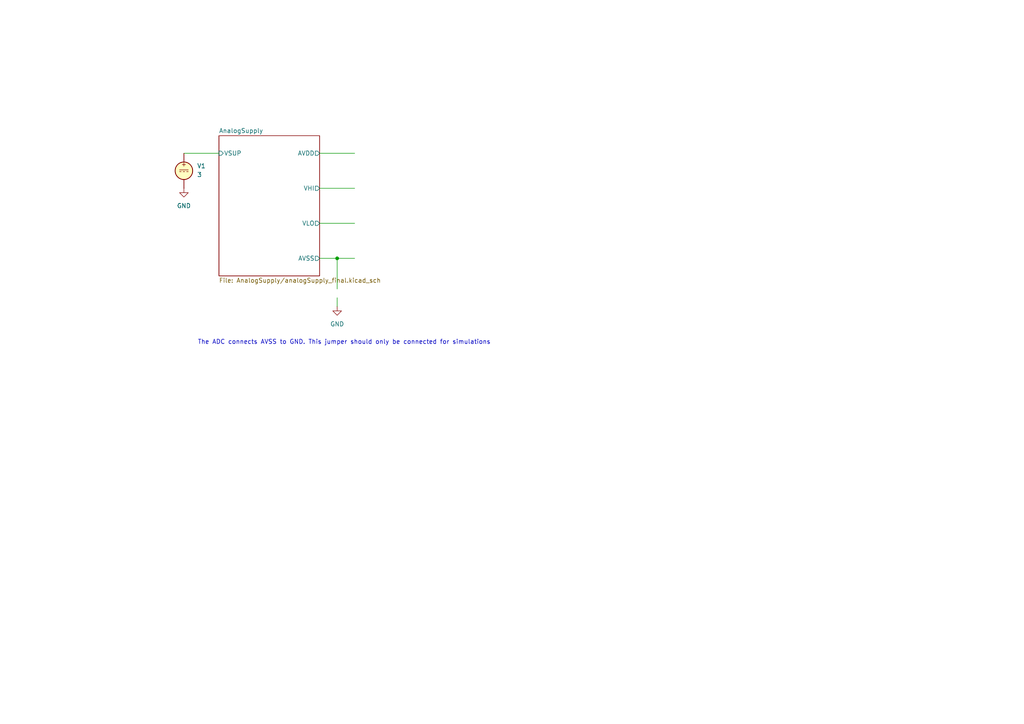
<source format=kicad_sch>
(kicad_sch (version 20231120) (generator "eeschema") (generator_version "8.0")
  (paper "A4")
  (lib_symbols
    (symbol "Simulation_SPICE:VDC" (pin_numbers hide) (pin_names (offset 0.0254))
      (property "Reference" "V" (at 2.54 2.54 0))
      (property "Value" "1" (at 2.54 0 0))
      (symbol "VDC_0_0"
        (polyline (pts (xy -1.27 0.254) (xy 1.27 0.254)))
        (polyline (pts (xy -0.762 -0.254) (xy -1.27 -0.254)))
        (polyline (pts (xy 0.254 -0.254) (xy -0.254 -0.254)))
        (polyline (pts (xy 1.27 -0.254) (xy 0.762 -0.254)))
        (text "+" (at 0 1.905 0) (effects (font (size 1.27 1.27))))
      )
      (symbol "VDC_0_1"
        (circle (center 0 0) (radius 2.54) (stroke (width 0.254)) (fill (type background)))
      )
      (symbol "VDC_1_1"
        (pin passive line (at 0 5.08 270) (length 2.54) (name "~") (number "1"))
        (pin passive line (at 0 -5.08 90) (length 2.54) (name "~") (number "2"))
      )
    )
    (symbol "power:GND" (power) (pin_numbers hide) (pin_names (offset 0) hide)
      (property "Value" "GND" (at 0 -3.81 0))
      (symbol "GND_0_1"
        (polyline (pts (xy 0 0) (xy 0 -1.27) (xy 1.27 -1.27) (xy 0 -2.54) (xy -1.27 -1.27) (xy 0 -1.27)))
      )
      (symbol "GND_1_1"
        (pin power_in line (at 0 0 270) (length 0) (name "~") (number "1"))
      )
    )
  )
  (junction (at 97.79 74.93))
  (wire (pts (xy 92.71 64.77) (xy 102.87 64.77)))
  (wire (pts (xy 53.34 44.45) (xy 63.5 44.45)))
  (wire (pts (xy 97.79 86.36) (xy 97.79 88.9)))
  (wire (pts (xy 92.71 44.45) (xy 102.87 44.45)))
  (wire (pts (xy 97.79 74.93) (xy 97.79 83.82)))
  (wire (pts (xy 92.71 74.93) (xy 97.79 74.93)))
  (wire (pts (xy 97.79 74.93) (xy 102.87 74.93)))
  (wire (pts (xy 92.71 54.61) (xy 102.87 54.61)))
  (text "The ADC connects AVSS to GND. This jumper should only be connected for simulations" (at 99.822 99.314 0) (effects (font (size 1.27 1.27))))
  (symbol (lib_id "Simulation_SPICE:VDC") (at 53.34 49.53 0) (unit 1)
    (property "Reference" "V1" (at 57.15 48.1301 0) (effects (justify left)))
    (property "Value" "3" (at 57.15 50.6701 0) (effects (justify left)))
    (property "Datasheet" "https://ngspice.sourceforge.io/docs/ngspice-html-manual/manual.xhtml#sec_Independent_Sources_for" (effects (hide yes)))
    (property "Description" "Voltage source, DC" (effects (hide yes)))
    (property "Sim.Pins" "1=+ 2=-" (effects (hide yes)))
    (property "Sim.Type" "DC" (effects (hide yes)))
    (property "Sim.Device" "V" (effects (hide yes)))
  )
  (symbol (lib_id "power:GND") (at 97.79 88.9 0) (unit 1)
    (property "Reference" "#PWR07" (effects (hide yes)))
    (property "Value" "GND" (at 97.79 93.98 0))
    (property "Description" "Power symbol creates a global label with name \"GND\" , ground" (effects (hide yes)))
  )
  (symbol (lib_id "power:GND") (at 53.34 54.61 0) (unit 1)
    (property "Reference" "#PWR06" (effects (hide yes)))
    (property "Value" "GND" (at 53.34 59.69 0))
    (property "Description" "Power symbol creates a global label with name \"GND\" , ground" (effects (hide yes)))
  )
  (sheet (at 63.5 39.37) (size 29.21 40.64) (stroke (width 0.1524))
    (property "Sheetname" "AnalogSupply" (at 63.5 38.6584 0) (effects (justify left bottom)))
    (property "Sheetfile" "AnalogSupply/analogSupply_final.kicad_sch" (at 63.5 80.5946 0) (effects (justify left top)))
    (pin "VSUP" input (at 63.5 44.45 180))
    (pin "AVSS" output (at 92.71 74.93 0))
    (pin "AVDD" output (at 92.71 44.45 0))
    (pin "VLO" output (at 92.71 64.77 0))
    (pin "VHI" output (at 92.71 54.61 0))
  )
)
</source>
